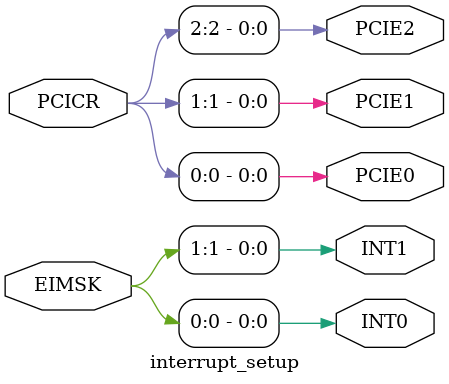
<source format=v>
module interrupt_setup (
    input [7:0] EIMSK,
    output INT0,
    output INT1,
    input [7:0] PCICR,
    output PCIE0,
    output PCIE1,
    output PCIE2
);

assign INT0 = EIMSK[0];
assign INT1 = EIMSK[1];

assign PCIE0 = PCICR[0];
assign PCIE1 = PCICR[1];
assign PCIE2 = PCICR[2];

endmodule

</source>
